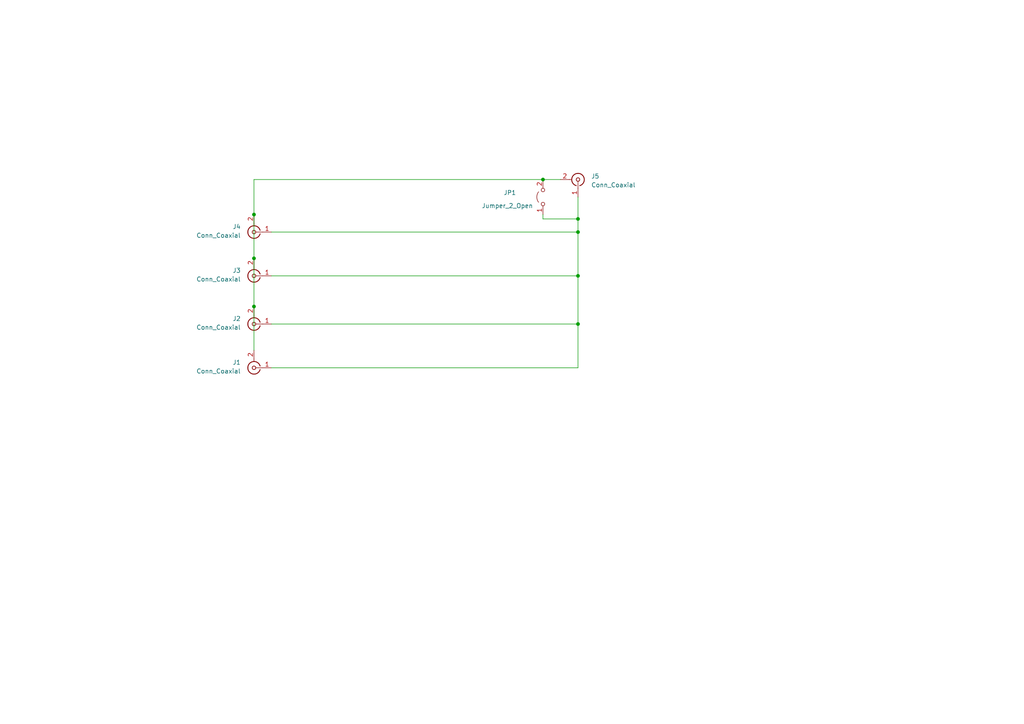
<source format=kicad_sch>
(kicad_sch (version 20211123) (generator eeschema)
  (paper "A4")
  (lib_symbols
    (symbol "Connector:Conn_Coaxial" (pin_names (offset 1.016) hide)
      (property "Reference" "J" (at 0.254 3.048 0))
      (property "Value" "Conn_Coaxial" (at 2.921 0 90))
      (symbol "Conn_Coaxial_0_1"
        (arc (start -1.778 -0.508) (mid 0.2311 -1.8066) (end 1.778 0) (stroke (width 0.254)))
        (polyline (pts (xy -2.54 0) (xy -0.508 0)))
        (polyline (pts (xy 0 -2.54) (xy 0 -1.778)))
        (circle (center 0 0) (radius 0.508) (stroke (width 0.2032)))
        (arc (start 1.778 0) (mid 0.2099 1.8101) (end -1.778 0.508) (stroke (width 0.254)))
      )
      (symbol "Conn_Coaxial_1_1"
        (pin passive line (at -5.08 0 0) (length 2.54) (name "In") (number "1"))
        (pin passive line (at 0 -5.08 90) (length 2.54) (name "Ext") (number "2"))
      )
    )
    (symbol "Jumper:Jumper_2_Open" (pin_names (offset 0) hide)
      (property "Reference" "JP" (at 0 2.794 0))
      (property "Value" "Jumper_2_Open" (at 0 -2.286 0))
      (symbol "Jumper_2_Open_0_0"
        (circle (center -2.032 0) (radius 0.508))
        (circle (center 2.032 0) (radius 0.508))
      )
      (symbol "Jumper_2_Open_0_1"
        (arc (start 1.524 1.27) (mid 0 1.778) (end -1.524 1.27))
      )
      (symbol "Jumper_2_Open_1_1"
        (pin passive line (at -5.08 0 0) (length 2.54) (name "A") (number "1"))
        (pin passive line (at 5.08 0 180) (length 2.54) (name "B") (number "2"))
      )
    )
  )
  (junction (at 167.64 67.31))
  (junction (at 167.64 93.98))
  (junction (at 73.66 74.93))
  (junction (at 167.64 63.5))
  (junction (at 73.66 62.23))
  (junction (at 73.66 88.9))
  (junction (at 167.64 80.01))
  (junction (at 157.48 52.07))
  (wire (pts (xy 167.64 63.5) (xy 167.64 67.31)))
  (wire (pts (xy 167.64 106.68) (xy 167.64 93.98)))
  (wire (pts (xy 78.74 67.31) (xy 167.64 67.31)))
  (wire (pts (xy 78.74 93.98) (xy 167.64 93.98)))
  (wire (pts (xy 167.64 57.15) (xy 167.64 63.5)))
  (wire (pts (xy 73.66 74.93) (xy 73.66 88.9)))
  (wire (pts (xy 167.64 93.98) (xy 167.64 80.01)))
  (wire (pts (xy 78.74 106.68) (xy 167.64 106.68)))
  (wire (pts (xy 73.66 52.07) (xy 73.66 62.23)))
  (wire (pts (xy 157.48 62.23) (xy 157.48 63.5)))
  (wire (pts (xy 157.48 52.07) (xy 73.66 52.07)))
  (wire (pts (xy 73.66 62.23) (xy 73.66 74.93)))
  (wire (pts (xy 167.64 67.31) (xy 167.64 80.01)))
  (wire (pts (xy 157.48 63.5) (xy 167.64 63.5)))
  (wire (pts (xy 78.74 80.01) (xy 167.64 80.01)))
  (wire (pts (xy 162.56 52.07) (xy 157.48 52.07)))
  (wire (pts (xy 73.66 88.9) (xy 73.66 101.6)))
  (symbol (lib_id "Jumper:Jumper_2_Open") (at 157.48 57.15 90) (unit 1)
    (property "Reference" "JP1" (at 146.05 55.88 90) (effects (justify right)))
    (property "Value" "Jumper_2_Open" (at 139.7 59.69 90) (effects (justify right)))
  )
  (symbol (lib_id "Connector:Conn_Coaxial") (at 167.64 52.07 270) (mirror x) (unit 1)
    (property "Reference" "J5" (at 171.45 51.1173 90) (effects (justify left)))
    (property "Value" "Conn_Coaxial" (at 171.45 53.6573 90) (effects (justify left)))
    (property "Datasheet" " ~" (effects hide))
  )
  (symbol (lib_id "Connector:Conn_Coaxial") (at 73.66 106.68 180) (unit 1)
    (property "Reference" "J1" (at 69.85 105.1167 0) (effects (justify left)))
    (property "Value" "Conn_Coaxial" (at 69.85 107.6567 0) (effects (justify left)))
    (property "Datasheet" " ~" (effects hide))
  )
  (symbol (lib_id "Connector:Conn_Coaxial") (at 73.66 93.98 180) (unit 1)
    (property "Reference" "J2" (at 69.85 92.4167 0) (effects (justify left)))
    (property "Value" "Conn_Coaxial" (at 69.85 94.9567 0) (effects (justify left)))
    (property "Datasheet" " ~" (effects hide))
  )
  (symbol (lib_id "Connector:Conn_Coaxial") (at 73.66 80.01 180) (unit 1)
    (property "Reference" "J3" (at 69.85 78.4467 0) (effects (justify left)))
    (property "Value" "Conn_Coaxial" (at 69.85 80.9867 0) (effects (justify left)))
    (property "Datasheet" " ~" (effects hide))
  )
  (symbol (lib_id "Connector:Conn_Coaxial") (at 73.66 67.31 180) (unit 1)
    (property "Reference" "J4" (at 69.85 65.7467 0) (effects (justify left)))
    (property "Value" "Conn_Coaxial" (at 69.85 68.2867 0) (effects (justify left)))
    (property "Datasheet" " ~" (effects hide))
  )
)
</source>
